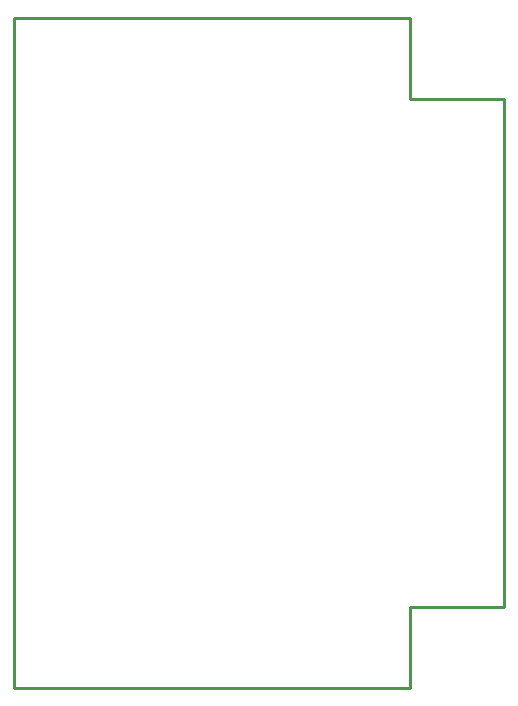
<source format=gbp>
%FSLAX44Y44*%
%MOMM*%
G71*
G01*
G75*
G04 Layer_Color=128*
%ADD10C,0.8500*%
%ADD11R,1.0000X1.0000*%
%ADD12C,1.6000*%
%ADD13R,1.4000X6.0000*%
%ADD14R,2.6000X1.1000*%
%ADD15R,2.5000X7.5000*%
%ADD16R,1.8000X1.7000*%
%ADD17C,0.6000*%
%ADD18C,0.2000*%
%ADD19C,0.2540*%
%ADD20C,1.6500*%
%ADD21R,1.6500X1.6500*%
%ADD22C,1.5000*%
%ADD23R,1.5000X1.5000*%
%ADD24C,1.2700*%
%ADD25C,0.0500*%
%ADD26C,0.1270*%
%ADD27C,0.1400*%
%ADD28C,2.0000*%
%ADD29R,1.2032X1.2032*%
%ADD30C,1.8032*%
%ADD31R,1.6032X6.2032*%
%ADD32R,2.8032X1.3032*%
%ADD33R,2.7032X7.7032*%
%ADD34R,2.0032X1.9032*%
%ADD35C,1.8532*%
%ADD36R,1.8532X1.8532*%
%ADD37C,1.7032*%
%ADD38R,1.7032X1.7032*%
%ADD39C,1.4732*%
D19*
X0Y0D02*
X335026D01*
Y68580D01*
X415036D01*
Y498602D01*
X335026D02*
X415036D01*
X335026D02*
Y567182D01*
X0Y0D02*
Y567182D01*
X335026D01*
M02*

</source>
